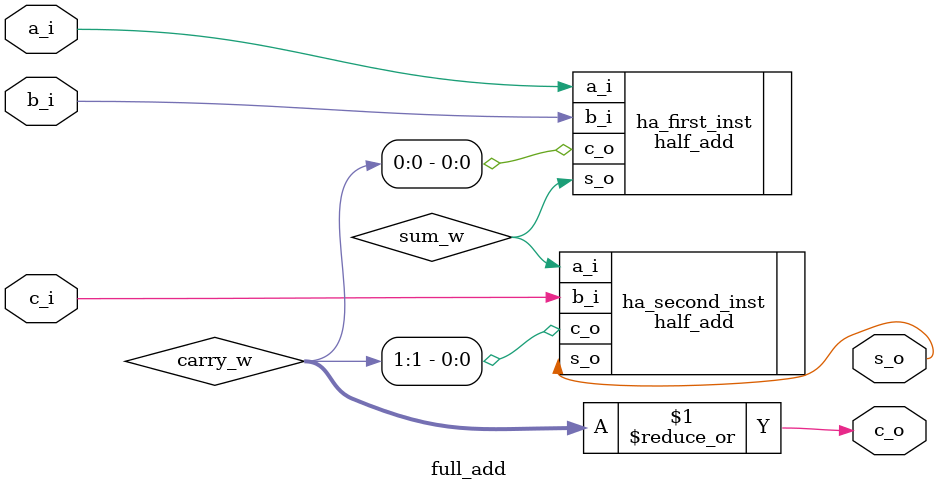
<source format=sv>
`timescale 1ns/1ps
module full_add
  (input [0:0] a_i
  ,input [0:0] b_i
  ,input [0:0] c_i
  ,output [0:0] s_o
  ,output [0:0] c_o);

  wire [0:0] sum_w;
  wire [1:0] carry_w;
  half_add #() ha_first_inst (
    .a_i(a_i),
    .b_i(b_i),
    .s_o(sum_w),
    .c_o(carry_w[0])
  );

  half_add #() ha_second_inst (
    .a_i(sum_w),
    .b_i(c_i),
    .s_o(s_o),
    .c_o(carry_w[1])
  );

  assign c_o = |carry_w;
endmodule

</source>
